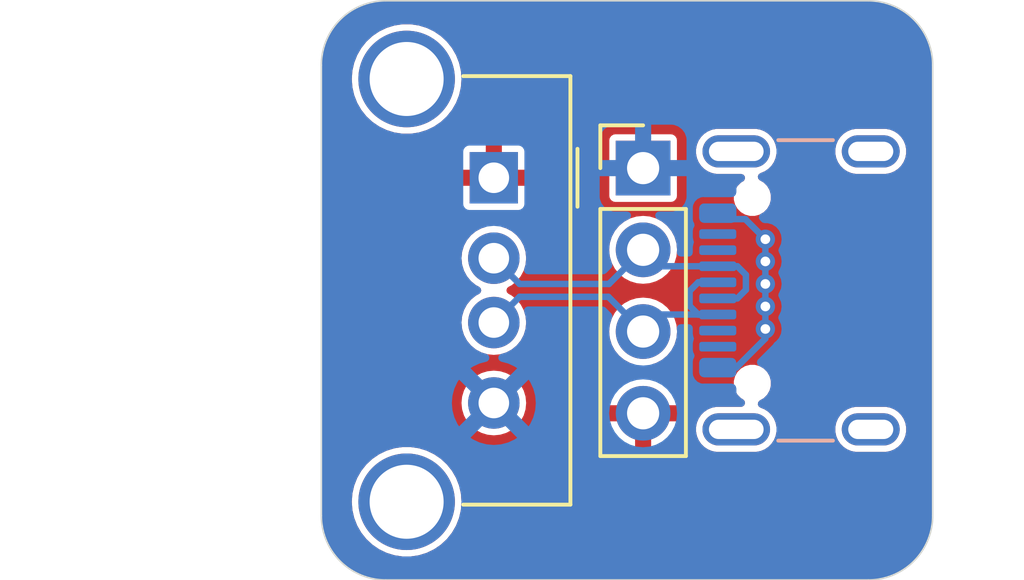
<source format=kicad_pcb>
(kicad_pcb (version 20240108) (generator "pcbnew") (generator_version "8.0")
  (title_block (title "Adaptor_USB") (date "2025-05-04") (rev "1.0") (company "NTURacing") (comment 1 "Jack Kuo"))
  (layers (0 "F.Cu" signal) (31 "B.Cu" signal) (34 "B.Paste" user) (35 "F.Paste" user) (36 "B.SilkS" user "B.Silkscreen") (37 "F.SilkS" user "F.Silkscreen") (38 "B.Mask" user) (39 "F.Mask" user) (44 "Edge.Cuts" user))
  (net 0 "")
  (net 1 "GND")
  (net 3 "/D+")
  (net 8 "VBUS")
  (net 10 "/D-")
  (footprint "Connector_PinHeader_2.54mm:PinHeader_1x04_P2.54mm_Vertical" (layer "F.Cu") (at 122 74.2)
    (property "Reference" "J3" (hide yes))
    (property "Value" "DIP")
    (fp_line (start -1.33 -1.33) (end 0 -1.33) (stroke (width 0.12)) (layer "F.SilkS"))
    (fp_line (start -1.33 0) (end -1.33 -1.33) (stroke (width 0.12)) (layer "F.SilkS"))
    (fp_line (start -1.33 1.27) (end -1.33 8.95) (stroke (width 0.12)) (layer "F.SilkS"))
    (fp_line (start -1.33 1.27) (end 1.33 1.27) (stroke (width 0.12)) (layer "F.SilkS"))
    (fp_line (start -1.33 8.95) (end 1.33 8.95) (stroke (width 0.12)) (layer "F.SilkS"))
    (fp_line (start 1.33 1.27) (end 1.33 8.95) (stroke (width 0.12)) (layer "F.SilkS"))
    (pad "1" thru_hole rect (at 0 0) (size 1.7 1.7) (drill 1) (layers "*.Cu" "*.Mask") (net 1 "GND"))
    (pad "2" thru_hole oval (at 0 2.54) (size 1.7 1.7) (drill 1) (layers "*.Cu" "*.Mask") (net 10 "/D-"))
    (pad "3" thru_hole oval (at 0 5.08) (size 1.7 1.7) (drill 1) (layers "*.Cu" "*.Mask") (net 3 "/D+"))
    (pad "4" thru_hole oval (at 0 7.62) (size 1.7 1.7) (drill 1) (layers "*.Cu" "*.Mask") (net 8 "VBUS"))
  )
  (footprint "Connector_USB:USB_A_Molex_67643_Horizontal" (layer "F.Cu") (at 117.36 74.5 -90)
    (property "Reference" "J2" (hide yes))
    (property "Value" "USBA_RPI_5Vonly")
    (fp_line (start -3.16 -2.38) (end -3.16 0.95) (stroke (width 0.12)) (layer "F.SilkS"))
    (fp_line (start -3.16 -2.38) (end 10.16 -2.38) (stroke (width 0.12)) (layer "F.SilkS"))
    (fp_line (start 10.16 -2.38) (end 10.16 0.95) (stroke (width 0.12)) (layer "F.SilkS"))
    (fp_line (start -0.9 -2.6) (end 0.9 -2.6) (stroke (width 0.12)) (layer "F.SilkS"))
    (pad "1" thru_hole rect (at 0 0 270) (size 1.6 1.5) (drill 0.95) (layers "*.Cu" "*.Mask") (net 8 "VBUS"))
    (pad "2" thru_hole circle (at 2.5 0 270) (size 1.6 1.6) (drill 0.95) (layers "*.Cu" "*.Mask") (net 10 "/D-"))
    (pad "3" thru_hole circle (at 4.5 0 270) (size 1.6 1.6) (drill 0.95) (layers "*.Cu" "*.Mask") (net 3 "/D+"))
    (pad "4" thru_hole circle (at 7 0 270) (size 1.6 1.6) (drill 0.95) (layers "*.Cu" "*.Mask") (net 1 "GND"))
    (pad "5" thru_hole circle (at -3.07 2.71 270) (size 3 3) (drill 2.3) (layers "*.Cu" "*.Mask"))
    (pad "5" thru_hole circle (at 10.07 2.71 270) (size 3 3) (drill 2.3) (layers "*.Cu" "*.Mask"))
  )
  (footprint "Connector_USB:USB_C_Receptacle_GCT_USB4105-xx-A_16P_TopMnt_Horizontal" (layer "B.Cu") (at 128 78 -90)
    (property "Reference" "J1" (hide yes))
    (property "Value" "USBC_RPI_5Vonly")
    (fp_line (start -4.67 1.8) (end -4.67 0.1) (stroke (width 0.12)) (layer "B.SilkS"))
    (fp_line (start 4.67 1.8) (end 4.67 0.1) (stroke (width 0.12)) (layer "B.SilkS"))
    (pad "" np_thru_hole circle (at -2.89 2.605 270) (size 0.65 0.65) (drill 0.65) (layers "F&B.Cu" "*.Mask"))
    (pad "" np_thru_hole circle (at 2.89 2.605 270) (size 0.65 0.65) (drill 0.65) (layers "F&B.Cu" "*.Mask"))
    (pad "A1" smd roundrect (at -3.2 3.68 270) (size 0.6 1.15) (layers "B.Cu" "B.Paste" "B.Mask") (net 1 "GND"))
    (pad "A4" smd roundrect (at -2.4 3.68 270) (size 0.6 1.15) (layers "B.Cu" "B.Paste" "B.Mask") (net 8 "VBUS"))
    (pad "A5" smd roundrect (at -1.25 3.68 270) (size 0.3 1.15) (layers "B.Cu" "B.Paste" "B.Mask"))
    (pad "A6" smd roundrect (at -0.25 3.68 270) (size 0.3 1.15) (layers "B.Cu" "B.Paste" "B.Mask") (net 3 "/D+"))
    (pad "A7" smd roundrect (at 0.25 3.68 270) (size 0.3 1.15) (layers "B.Cu" "B.Paste" "B.Mask") (net 10 "/D-"))
    (pad "A8" smd roundrect (at 1.25 3.68 270) (size 0.3 1.15) (layers "B.Cu" "B.Paste" "B.Mask"))
    (pad "A9" smd roundrect (at 2.4 3.68 270) (size 0.6 1.15) (layers "B.Cu" "B.Paste" "B.Mask") (net 8 "VBUS"))
    (pad "A12" smd roundrect (at 3.2 3.68 270) (size 0.6 1.15) (layers "B.Cu" "B.Paste" "B.Mask") (net 1 "GND"))
    (pad "B1" smd roundrect (at 3.2 3.68 270) (size 0.6 1.15) (layers "B.Cu" "B.Paste" "B.Mask") (net 1 "GND"))
    (pad "B4" smd roundrect (at 2.4 3.68 270) (size 0.6 1.15) (layers "B.Cu" "B.Paste" "B.Mask") (net 8 "VBUS"))
    (pad "B5" smd roundrect (at 1.75 3.68 270) (size 0.3 1.15) (layers "B.Cu" "B.Paste" "B.Mask"))
    (pad "B6" smd roundrect (at 0.75 3.68 270) (size 0.3 1.15) (layers "B.Cu" "B.Paste" "B.Mask") (net 3 "/D+"))
    (pad "B7" smd roundrect (at -0.75 3.68 270) (size 0.3 1.15) (layers "B.Cu" "B.Paste" "B.Mask") (net 10 "/D-"))
    (pad "B8" smd roundrect (at -1.75 3.68 270) (size 0.3 1.15) (layers "B.Cu" "B.Paste" "B.Mask"))
    (pad "B9" smd roundrect (at -2.4 3.68 270) (size 0.6 1.15) (layers "B.Cu" "B.Paste" "B.Mask") (net 8 "VBUS"))
    (pad "B12" smd roundrect (at -3.2 3.68 270) (size 0.6 1.15) (layers "B.Cu" "B.Paste" "B.Mask") (net 1 "GND"))
    (pad "S1" thru_hole oval (at -4.32 -1.075 270) (size 1 1.8) (drill oval 0.6 1.4) (layers "*.Cu" "*.Mask" "B.Paste"))
    (pad "S1" thru_hole oval (at -4.32 3.105 270) (size 1 2.1) (drill oval 0.6 1.7) (layers "*.Cu" "*.Mask" "B.Paste"))
    (pad "S1" thru_hole oval (at 4.32 -1.075 270) (size 1 1.8) (drill oval 0.6 1.4) (layers "*.Cu" "*.Mask" "B.Paste"))
    (pad "S1" thru_hole oval (at 4.32 3.105 270) (size 1 2.1) (drill oval 0.6 1.7) (layers "*.Cu" "*.Mask" "B.Paste"))
  )
  (gr_arc (start 112 71) (mid 112.585786 69.585786) (end 114 69) (stroke (width 0.05)) (layer "Edge.Cuts"))
  (gr_arc (start 129 69) (mid 130.414214 69.585786) (end 131 71) (stroke (width 0.05)) (layer "Edge.Cuts"))
  (gr_arc (start 114 87) (mid 112.585786 86.414214) (end 112 85) (stroke (width 0.05)) (layer "Edge.Cuts"))
  (gr_line (start 114 69) (end 129 69) (stroke (width 0.05)) (layer "Edge.Cuts"))
  (gr_line (start 112 85) (end 112 71) (stroke (width 0.05)) (layer "Edge.Cuts"))
  (gr_line (start 129 87) (end 114 87) (stroke (width 0.05)) (layer "Edge.Cuts"))
  (gr_line (start 131 71) (end 131 85) (stroke (width 0.05)) (layer "Edge.Cuts"))
  (gr_arc (start 131 85) (mid 130.414214 86.414214) (end 129 87) (stroke (width 0.05)) (layer "Edge.Cuts"))
  (segment (start 123.71259 77.75) (end 123.445 78.01759) (width 0.2) (layer "B.Cu") (net 3))
  (segment (start 122.53 78.75) (end 124.32 78.75) (width 0.2) (layer "B.Cu") (net 3))
  (segment (start 123.71259 78.75) (end 124.32 78.75) (width 0.2) (layer "B.Cu") (net 3))
  (segment (start 120.92 78.2) (end 118.16 78.2) (width 0.2) (layer "B.Cu") (net 3))
  (segment (start 124.32 77.75) (end 123.71259 77.75) (width 0.2) (layer "B.Cu") (net 3))
  (segment (start 118.16 78.2) (end 117.36 79) (width 0.2) (layer "B.Cu") (net 3))
  (segment (start 123.445 78.01759) (end 123.445 78.48241) (width 0.2) (layer "B.Cu") (net 3))
  (segment (start 122 79.28) (end 122.53 78.75) (width 0.2) (layer "B.Cu") (net 3))
  (segment (start 123.445 78.48241) (end 123.71259 78.75) (width 0.2) (layer "B.Cu") (net 3))
  (segment (start 122 79.28) (end 120.92 78.2) (width 0.2) (layer "B.Cu") (net 3))
  (via (at 125.8 76.411295) (size 0.6) (drill 0.3) (layers "F.Cu" "B.Cu") (net 8))
  (via (at 125.8 77.1) (size 0.6) (drill 0.3) (layers "F.Cu" "B.Cu") (net 8))
  (via (at 125.8 77.8) (size 0.6) (drill 0.3) (layers "F.Cu" "B.Cu") (net 8))
  (via (at 125.8 79.2) (size 0.6) (drill 0.3) (layers "F.Cu" "B.Cu") (net 8))
  (via (at 125.8 78.5) (size 0.6) (drill 0.3) (layers "F.Cu" "B.Cu") (net 8))
  (segment (start 125.8 76.411295) (end 125.173705 75.785) (width 0.2) (layer "B.Cu") (net 8))
  (segment (start 124.894999 80.4) (end 124.32 80.4) (width 0.2) (layer "B.Cu") (net 8))
  (segment (start 125.8 77.1) (end 125.8 77.8) (width 0.2) (layer "B.Cu") (net 8))
  (segment (start 125.8 78.5) (end 125.8 79.2) (width 0.2) (layer "B.Cu") (net 8))
  (segment (start 125.8 79.2) (end 125.8 79.494999) (width 0.2) (layer "B.Cu") (net 8))
  (segment (start 125.173705 75.785) (end 124.505 75.785) (width 0.2) (layer "B.Cu") (net 8))
  (segment (start 124.505 75.785) (end 124.32 75.6) (width 0.2) (layer "B.Cu") (net 8))
  (segment (start 125.8 77.8) (end 125.8 78.5) (width 0.2) (layer "B.Cu") (net 8))
  (segment (start 125.8 79.494999) (end 124.894999 80.4) (width 0.2) (layer "B.Cu") (net 8))
  (segment (start 125.8 76.411295) (end 125.8 77.1) (width 0.2) (layer "B.Cu") (net 8))
  (segment (start 122 76.74) (end 122.51 77.25) (width 0.2) (layer "B.Cu") (net 10))
  (segment (start 125.195 77.98241) (end 124.92741 78.25) (width 0.2) (layer "B.Cu") (net 10))
  (segment (start 120.94 77.8) (end 122 76.74) (width 0.2) (layer "B.Cu") (net 10))
  (segment (start 124.92741 78.25) (end 124.32 78.25) (width 0.2) (layer "B.Cu") (net 10))
  (segment (start 118.16 77.8) (end 120.94 77.8) (width 0.2) (layer "B.Cu") (net 10))
  (segment (start 124.92741 77.25) (end 125.195 77.51759) (width 0.2) (layer "B.Cu") (net 10))
  (segment (start 125.195 77.51759) (end 125.195 77.98241) (width 0.2) (layer "B.Cu") (net 10))
  (segment (start 122.51 77.25) (end 124.32 77.25) (width 0.2) (layer "B.Cu") (net 10))
  (segment (start 117.36 77) (end 118.16 77.8) (width 0.2) (layer "B.Cu") (net 10))
  (segment (start 124.32 77.25) (end 124.92741 77.25) (width 0.2) (layer "B.Cu") (net 10))
  (zone (net 8) (net_name "VBUS") (layer "F.Cu") (connect_pads (clearance 0.2)) (min_thickness 0.25) (fill yes (thermal_gap 0.5) (thermal_bridge_width 0.5))
    (polygon (pts (xy 112 69) (xy 131 69) (xy 131 87) (xy 112 87)))
  )
  (zone (net 1) (net_name "GND") (layer "B.Cu") (priority 1) (connect_pads thru_hole_only (clearance 0.2)) (min_thickness 0.25) (fill yes (thermal_gap 0.5) (thermal_bridge_width 0.5))
    (polygon (pts (xy 131 69) (xy 131 87) (xy 112 87) (xy 112 69)))
  )
)
</source>
